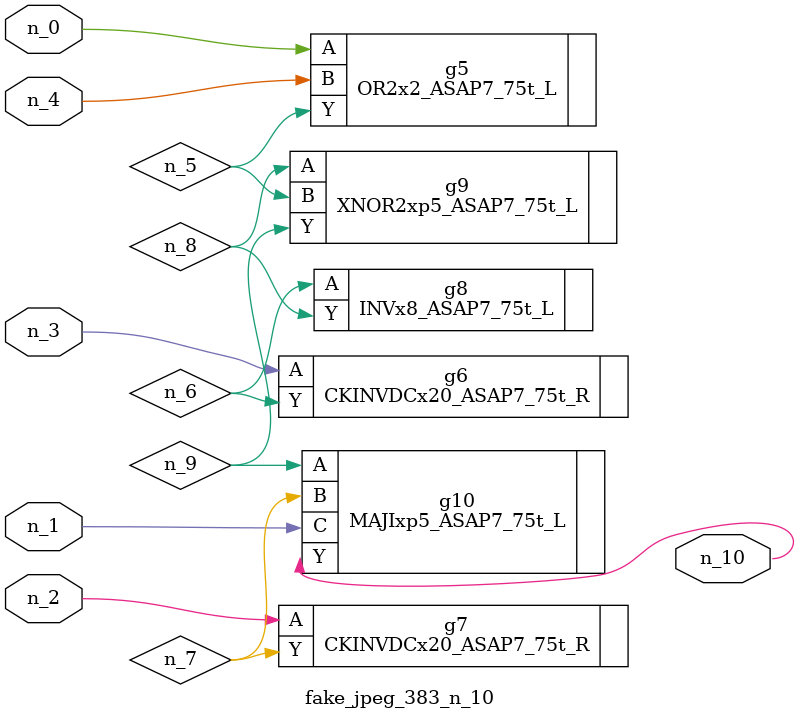
<source format=v>
module fake_jpeg_383_n_10 (n_3, n_2, n_1, n_0, n_4, n_10);

input n_3;
input n_2;
input n_1;
input n_0;
input n_4;

output n_10;

wire n_8;
wire n_9;
wire n_6;
wire n_5;
wire n_7;

OR2x2_ASAP7_75t_L g5 ( 
.A(n_0),
.B(n_4),
.Y(n_5)
);

CKINVDCx20_ASAP7_75t_R g6 ( 
.A(n_3),
.Y(n_6)
);

CKINVDCx20_ASAP7_75t_R g7 ( 
.A(n_2),
.Y(n_7)
);

INVx8_ASAP7_75t_L g8 ( 
.A(n_6),
.Y(n_8)
);

XNOR2xp5_ASAP7_75t_L g9 ( 
.A(n_8),
.B(n_5),
.Y(n_9)
);

MAJIxp5_ASAP7_75t_L g10 ( 
.A(n_9),
.B(n_7),
.C(n_1),
.Y(n_10)
);


endmodule
</source>
